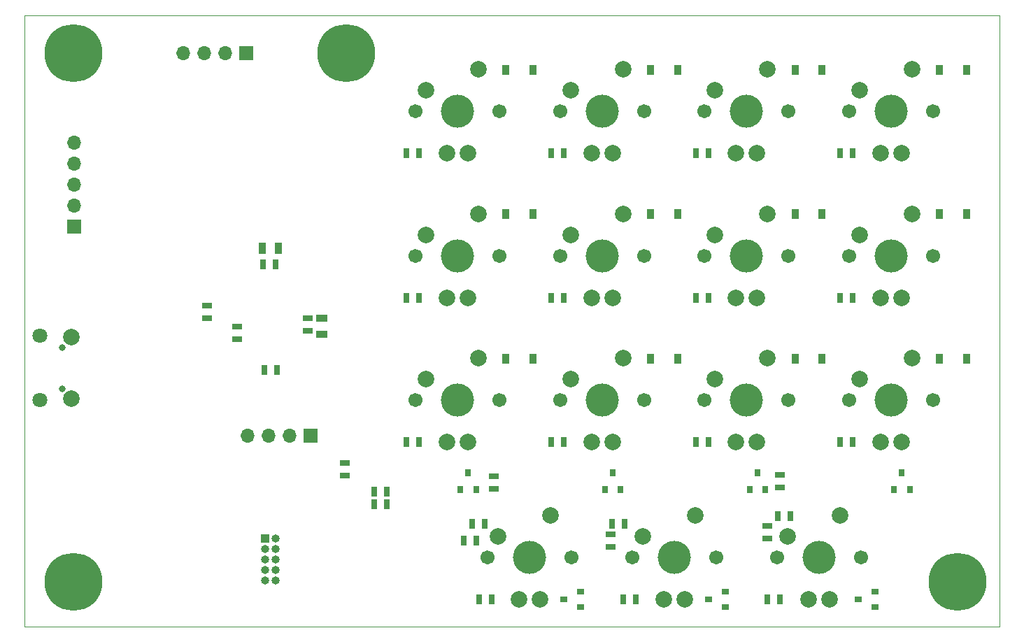
<source format=gbs>
G04 #@! TF.GenerationSoftware,KiCad,Pcbnew,5.1.9-73d0e3b20d~88~ubuntu18.04.1*
G04 #@! TF.CreationDate,2021-10-16T20:22:12+02:00*
G04 #@! TF.ProjectId,VFODial,56464f44-6961-46c2-9e6b-696361645f70,rev?*
G04 #@! TF.SameCoordinates,Original*
G04 #@! TF.FileFunction,Soldermask,Bot*
G04 #@! TF.FilePolarity,Negative*
%FSLAX46Y46*%
G04 Gerber Fmt 4.6, Leading zero omitted, Abs format (unit mm)*
G04 Created by KiCad (PCBNEW 5.1.9-73d0e3b20d~88~ubuntu18.04.1) date 2021-10-16 20:22:12*
%MOMM*%
%LPD*%
G01*
G04 APERTURE LIST*
G04 #@! TA.AperFunction,Profile*
%ADD10C,0.050000*%
G04 #@! TD*
%ADD11R,1.143000X0.635000*%
%ADD12R,0.635000X1.143000*%
%ADD13R,0.889000X1.397000*%
%ADD14R,1.397000X0.889000*%
%ADD15C,7.000000*%
%ADD16R,0.800000X0.900000*%
%ADD17R,0.900000X0.800000*%
%ADD18C,2.000000*%
%ADD19C,1.701800*%
%ADD20C,4.000000*%
%ADD21C,0.800000*%
%ADD22C,1.800000*%
%ADD23O,1.000000X1.000000*%
%ADD24R,1.000000X1.000000*%
%ADD25O,1.700000X1.700000*%
%ADD26R,1.700000X1.700000*%
%ADD27R,0.910000X1.220000*%
G04 APERTURE END LIST*
D10*
X20100000Y-187400000D02*
X20100000Y-187300000D01*
X138100000Y-187400000D02*
X20100000Y-187400000D01*
X138100000Y-113400000D02*
X138100000Y-187400000D01*
X20100000Y-113400000D02*
X138100000Y-113400000D01*
X20100000Y-187300000D02*
X20100000Y-113400000D01*
D11*
G04 #@! TO.C,R129*
X111550000Y-170562000D03*
X111550000Y-169038000D03*
G04 #@! TD*
D12*
G04 #@! TO.C,R126*
X118838000Y-165100000D03*
X120362000Y-165100000D03*
G04 #@! TD*
G04 #@! TO.C,R125*
X118838000Y-147600000D03*
X120362000Y-147600000D03*
G04 #@! TD*
G04 #@! TO.C,R124*
X118838000Y-130100000D03*
X120362000Y-130100000D03*
G04 #@! TD*
G04 #@! TO.C,R123*
X101338000Y-165100000D03*
X102862000Y-165100000D03*
G04 #@! TD*
G04 #@! TO.C,R122*
X101338000Y-147600000D03*
X102862000Y-147600000D03*
G04 #@! TD*
G04 #@! TO.C,R121*
X101338000Y-130100000D03*
X102862000Y-130100000D03*
G04 #@! TD*
D11*
G04 #@! TO.C,R120*
X76900000Y-170762000D03*
X76900000Y-169238000D03*
G04 #@! TD*
D12*
G04 #@! TO.C,R119*
X83838000Y-165100000D03*
X85362000Y-165100000D03*
G04 #@! TD*
G04 #@! TO.C,R118*
X83838000Y-147600000D03*
X85362000Y-147600000D03*
G04 #@! TD*
G04 #@! TO.C,R117*
X83838000Y-130100000D03*
X85362000Y-130100000D03*
G04 #@! TD*
G04 #@! TO.C,R116*
X110038000Y-184100000D03*
X111562000Y-184100000D03*
G04 #@! TD*
G04 #@! TO.C,R115*
X92538000Y-184100000D03*
X94062000Y-184100000D03*
G04 #@! TD*
G04 #@! TO.C,R114*
X75138000Y-184100000D03*
X76662000Y-184100000D03*
G04 #@! TD*
G04 #@! TO.C,R113*
X66338000Y-165100000D03*
X67862000Y-165100000D03*
G04 #@! TD*
G04 #@! TO.C,R112*
X66338000Y-147600000D03*
X67862000Y-147600000D03*
G04 #@! TD*
G04 #@! TO.C,R111*
X66338000Y-130100000D03*
X67862000Y-130100000D03*
G04 #@! TD*
D11*
G04 #@! TO.C,R110*
X110000000Y-175238000D03*
X110000000Y-176762000D03*
G04 #@! TD*
D12*
G04 #@! TO.C,R109*
X91238000Y-175000000D03*
X92762000Y-175000000D03*
G04 #@! TD*
G04 #@! TO.C,R108*
X74238000Y-175000000D03*
X75762000Y-175000000D03*
G04 #@! TD*
D11*
G04 #@! TO.C,R107*
X58900000Y-167638000D03*
X58900000Y-169162000D03*
G04 #@! TD*
D12*
G04 #@! TO.C,R106*
X63962000Y-171100000D03*
X62438000Y-171100000D03*
G04 #@! TD*
G04 #@! TO.C,R105*
X63962000Y-172600000D03*
X62438000Y-172600000D03*
G04 #@! TD*
G04 #@! TO.C,C113*
X111238000Y-174000000D03*
X112762000Y-174000000D03*
G04 #@! TD*
D11*
G04 #@! TO.C,C112*
X91000000Y-176238000D03*
X91000000Y-177762000D03*
G04 #@! TD*
D12*
G04 #@! TO.C,C111*
X74762000Y-177000000D03*
X73238000Y-177000000D03*
G04 #@! TD*
D11*
G04 #@! TO.C,C110*
X54350000Y-151612000D03*
X54350000Y-150088000D03*
G04 #@! TD*
D12*
G04 #@! TO.C,C109*
X50612000Y-156300000D03*
X49088000Y-156300000D03*
G04 #@! TD*
G04 #@! TO.C,C108*
X50462000Y-143550000D03*
X48938000Y-143550000D03*
G04 #@! TD*
D11*
G04 #@! TO.C,C107*
X42150000Y-150112000D03*
X42150000Y-148588000D03*
G04 #@! TD*
G04 #@! TO.C,C106*
X45800000Y-152600000D03*
X45800000Y-151076000D03*
G04 #@! TD*
D13*
G04 #@! TO.C,C105*
X50802500Y-141650000D03*
X48897500Y-141650000D03*
G04 #@! TD*
D14*
G04 #@! TO.C,C104*
X56100000Y-152002500D03*
X56100000Y-150097500D03*
G04 #@! TD*
D15*
G04 #@! TO.C,REF\u002A\u002A*
X59000000Y-118000000D03*
G04 #@! TD*
G04 #@! TO.C,REF\u002A\u002A*
X26000000Y-182000000D03*
G04 #@! TD*
G04 #@! TO.C,REF\u002A\u002A*
X133000000Y-182000000D03*
G04 #@! TD*
G04 #@! TO.C,REF\u002A\u002A*
X26000000Y-118000000D03*
G04 #@! TD*
D16*
G04 #@! TO.C,Q107*
X126300000Y-168800000D03*
X125350000Y-170800000D03*
X127250000Y-170800000D03*
G04 #@! TD*
G04 #@! TO.C,Q106*
X108800000Y-168800000D03*
X107850000Y-170800000D03*
X109750000Y-170800000D03*
G04 #@! TD*
D17*
G04 #@! TO.C,Q105*
X85400000Y-184100000D03*
X87400000Y-185050000D03*
X87400000Y-183150000D03*
G04 #@! TD*
D16*
G04 #@! TO.C,Q104*
X91300000Y-168800000D03*
X90350000Y-170800000D03*
X92250000Y-170800000D03*
G04 #@! TD*
D17*
G04 #@! TO.C,Q103*
X102900000Y-184100000D03*
X104900000Y-185050000D03*
X104900000Y-183150000D03*
G04 #@! TD*
G04 #@! TO.C,Q102*
X121000000Y-184100000D03*
X123000000Y-185050000D03*
X123000000Y-183150000D03*
G04 #@! TD*
D16*
G04 #@! TO.C,Q101*
X73800000Y-168800000D03*
X72850000Y-170800000D03*
X74750000Y-170800000D03*
G04 #@! TD*
D18*
G04 #@! TO.C,S115*
X117520000Y-184080000D03*
X114980000Y-184080000D03*
X118790000Y-173920000D03*
X112440000Y-176460000D03*
D19*
X121330000Y-179000000D03*
X111170000Y-179000000D03*
D20*
X116250000Y-179000000D03*
G04 #@! TD*
D18*
G04 #@! TO.C,S114*
X100020000Y-184080000D03*
X97480000Y-184080000D03*
X101290000Y-173920000D03*
X94940000Y-176460000D03*
D19*
X103830000Y-179000000D03*
X93670000Y-179000000D03*
D20*
X98750000Y-179000000D03*
G04 #@! TD*
D18*
G04 #@! TO.C,S113*
X82520000Y-184080000D03*
X79980000Y-184080000D03*
X83790000Y-173920000D03*
X77440000Y-176460000D03*
D19*
X86330000Y-179000000D03*
X76170000Y-179000000D03*
D20*
X81250000Y-179000000D03*
G04 #@! TD*
D18*
G04 #@! TO.C,S112*
X126270000Y-165080000D03*
X123730000Y-165080000D03*
X127540000Y-154920000D03*
X121190000Y-157460000D03*
D19*
X130080000Y-160000000D03*
X119920000Y-160000000D03*
D20*
X125000000Y-160000000D03*
G04 #@! TD*
D18*
G04 #@! TO.C,S111*
X126270000Y-147580000D03*
X123730000Y-147580000D03*
X127540000Y-137420000D03*
X121190000Y-139960000D03*
D19*
X130080000Y-142500000D03*
X119920000Y-142500000D03*
D20*
X125000000Y-142500000D03*
G04 #@! TD*
D18*
G04 #@! TO.C,S110*
X126270000Y-130080000D03*
X123730000Y-130080000D03*
X127540000Y-119920000D03*
X121190000Y-122460000D03*
D19*
X130080000Y-125000000D03*
X119920000Y-125000000D03*
D20*
X125000000Y-125000000D03*
G04 #@! TD*
D18*
G04 #@! TO.C,S109*
X108770000Y-165080000D03*
X106230000Y-165080000D03*
X110040000Y-154920000D03*
X103690000Y-157460000D03*
D19*
X112580000Y-160000000D03*
X102420000Y-160000000D03*
D20*
X107500000Y-160000000D03*
G04 #@! TD*
D18*
G04 #@! TO.C,S108*
X108770000Y-147580000D03*
X106230000Y-147580000D03*
X110040000Y-137420000D03*
X103690000Y-139960000D03*
D19*
X112580000Y-142500000D03*
X102420000Y-142500000D03*
D20*
X107500000Y-142500000D03*
G04 #@! TD*
D18*
G04 #@! TO.C,S107*
X108770000Y-130080000D03*
X106230000Y-130080000D03*
X110040000Y-119920000D03*
X103690000Y-122460000D03*
D19*
X112580000Y-125000000D03*
X102420000Y-125000000D03*
D20*
X107500000Y-125000000D03*
G04 #@! TD*
D18*
G04 #@! TO.C,S106*
X91270000Y-165080000D03*
X88730000Y-165080000D03*
X92540000Y-154920000D03*
X86190000Y-157460000D03*
D19*
X95080000Y-160000000D03*
X84920000Y-160000000D03*
D20*
X90000000Y-160000000D03*
G04 #@! TD*
D18*
G04 #@! TO.C,S105*
X91270000Y-147580000D03*
X88730000Y-147580000D03*
X92540000Y-137420000D03*
X86190000Y-139960000D03*
D19*
X95080000Y-142500000D03*
X84920000Y-142500000D03*
D20*
X90000000Y-142500000D03*
G04 #@! TD*
D18*
G04 #@! TO.C,S104*
X91270000Y-130080000D03*
X88730000Y-130080000D03*
X92540000Y-119920000D03*
X86190000Y-122460000D03*
D19*
X95080000Y-125000000D03*
X84920000Y-125000000D03*
D20*
X90000000Y-125000000D03*
G04 #@! TD*
D18*
G04 #@! TO.C,S103*
X73770000Y-165080000D03*
X71230000Y-165080000D03*
X75040000Y-154920000D03*
X68690000Y-157460000D03*
D19*
X77580000Y-160000000D03*
X67420000Y-160000000D03*
D20*
X72500000Y-160000000D03*
G04 #@! TD*
D18*
G04 #@! TO.C,S102*
X73770000Y-147580000D03*
X71230000Y-147580000D03*
X75040000Y-137420000D03*
X68690000Y-139960000D03*
D19*
X77580000Y-142500000D03*
X67420000Y-142500000D03*
D20*
X72500000Y-142500000D03*
G04 #@! TD*
D18*
G04 #@! TO.C,S101*
X73770000Y-130080000D03*
X71230000Y-130080000D03*
X75040000Y-119920000D03*
X68690000Y-122460000D03*
D19*
X77580000Y-125000000D03*
X67420000Y-125000000D03*
D20*
X72500000Y-125000000D03*
G04 #@! TD*
D21*
G04 #@! TO.C,J101*
X24700000Y-158600000D03*
X24700000Y-153600000D03*
D22*
X21950000Y-159975000D03*
X21950000Y-152225000D03*
D18*
X25750000Y-159825000D03*
X25750000Y-152375000D03*
G04 #@! TD*
D23*
G04 #@! TO.C,J102*
X50520000Y-181830000D03*
X49250000Y-181830000D03*
X50520000Y-180560000D03*
X49250000Y-180560000D03*
X50520000Y-179290000D03*
X49250000Y-179290000D03*
X50520000Y-178020000D03*
X49250000Y-178020000D03*
X50520000Y-176750000D03*
D24*
X49250000Y-176750000D03*
G04 #@! TD*
D25*
G04 #@! TO.C,J105*
X26100000Y-128840000D03*
X26100000Y-131380000D03*
X26100000Y-133920000D03*
X26100000Y-136460000D03*
D26*
X26100000Y-139000000D03*
G04 #@! TD*
D25*
G04 #@! TO.C,J104*
X39280000Y-118000000D03*
X41820000Y-118000000D03*
X44360000Y-118000000D03*
D26*
X46900000Y-118000000D03*
G04 #@! TD*
D25*
G04 #@! TO.C,J103*
X47080000Y-164300000D03*
X49620000Y-164300000D03*
X52160000Y-164300000D03*
D26*
X54700000Y-164300000D03*
G04 #@! TD*
D27*
G04 #@! TO.C,D112*
X130865000Y-155000000D03*
X134135000Y-155000000D03*
G04 #@! TD*
G04 #@! TO.C,D111*
X130865000Y-137500000D03*
X134135000Y-137500000D03*
G04 #@! TD*
G04 #@! TO.C,D110*
X130865000Y-120000000D03*
X134135000Y-120000000D03*
G04 #@! TD*
G04 #@! TO.C,D109*
X113365000Y-155000000D03*
X116635000Y-155000000D03*
G04 #@! TD*
G04 #@! TO.C,D108*
X113365000Y-137500000D03*
X116635000Y-137500000D03*
G04 #@! TD*
G04 #@! TO.C,D107*
X113365000Y-120000000D03*
X116635000Y-120000000D03*
G04 #@! TD*
G04 #@! TO.C,D106*
X95865000Y-155000000D03*
X99135000Y-155000000D03*
G04 #@! TD*
G04 #@! TO.C,D105*
X95865000Y-137500000D03*
X99135000Y-137500000D03*
G04 #@! TD*
G04 #@! TO.C,D104*
X95865000Y-120000000D03*
X99135000Y-120000000D03*
G04 #@! TD*
G04 #@! TO.C,D103*
X78365000Y-155000000D03*
X81635000Y-155000000D03*
G04 #@! TD*
G04 #@! TO.C,D102*
X78365000Y-137500000D03*
X81635000Y-137500000D03*
G04 #@! TD*
G04 #@! TO.C,D101*
X78365000Y-120000000D03*
X81635000Y-120000000D03*
G04 #@! TD*
M02*

</source>
